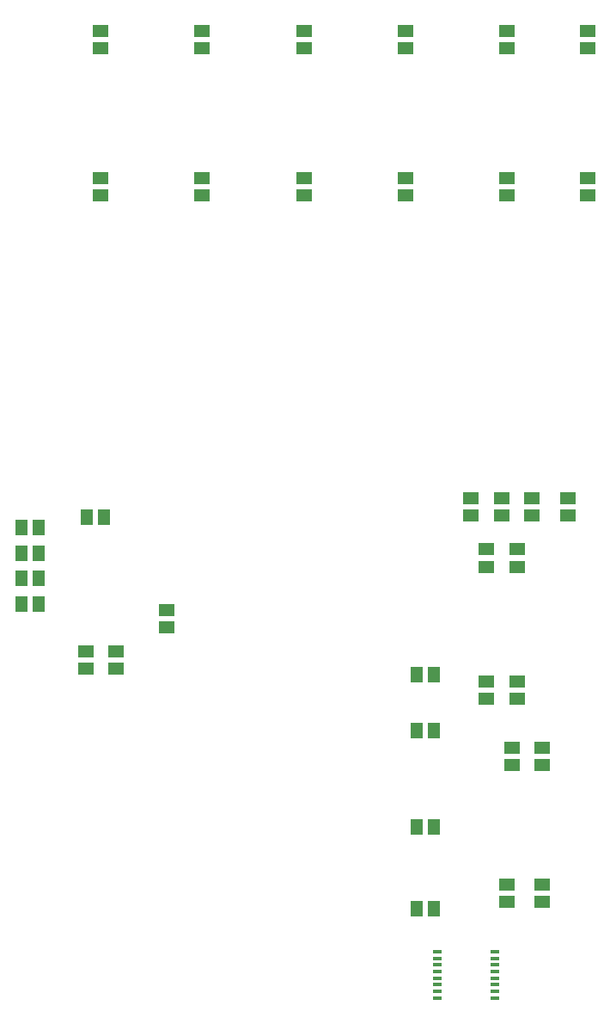
<source format=gbr>
G04 EAGLE Gerber RS-274X export*
G75*
%MOMM*%
%FSLAX34Y34*%
%LPD*%
%INSolderpaste Bottom*%
%IPPOS*%
%AMOC8*
5,1,8,0,0,1.08239X$1,22.5*%
G01*
%ADD10R,0.900000X0.350000*%
%ADD11R,1.500000X1.300000*%
%ADD12R,1.300000X1.500000*%


D10*
X431250Y97250D03*
X431250Y103750D03*
X431250Y110250D03*
X431250Y116750D03*
X431250Y123250D03*
X431250Y129750D03*
X431250Y136250D03*
X431250Y142750D03*
X488750Y142750D03*
X488750Y136250D03*
X488750Y129750D03*
X488750Y123250D03*
X488750Y116750D03*
X488750Y110250D03*
X488750Y103750D03*
X488750Y97250D03*
D11*
X100000Y1031500D03*
X100000Y1048500D03*
X200000Y1048500D03*
X200000Y1031500D03*
X100000Y903500D03*
X100000Y886500D03*
X200000Y886500D03*
X200000Y903500D03*
X300000Y1031500D03*
X300000Y1048500D03*
X400000Y1031500D03*
X400000Y1048500D03*
X580000Y1031500D03*
X580000Y1048500D03*
X500000Y1031500D03*
X500000Y1048500D03*
X300000Y886500D03*
X300000Y903500D03*
X400000Y886500D03*
X400000Y903500D03*
X500000Y886500D03*
X500000Y903500D03*
X580000Y886500D03*
X580000Y903500D03*
X480000Y521500D03*
X480000Y538500D03*
X465000Y588500D03*
X465000Y571500D03*
X495000Y588500D03*
X495000Y571500D03*
X480000Y408500D03*
X480000Y391500D03*
X510000Y391500D03*
X510000Y408500D03*
X560000Y571500D03*
X560000Y588500D03*
D12*
X103500Y570000D03*
X86500Y570000D03*
D11*
X85000Y438500D03*
X85000Y421500D03*
X165000Y461500D03*
X165000Y478500D03*
X115000Y438500D03*
X115000Y421500D03*
D12*
X38500Y560000D03*
X21500Y560000D03*
X21500Y535000D03*
X38500Y535000D03*
X21500Y510000D03*
X38500Y510000D03*
X38500Y485000D03*
X21500Y485000D03*
X411500Y185000D03*
X428500Y185000D03*
X411500Y265000D03*
X428500Y265000D03*
X428500Y360000D03*
X411500Y360000D03*
X428500Y415000D03*
X411500Y415000D03*
D11*
X505000Y326500D03*
X505000Y343500D03*
X500000Y208500D03*
X500000Y191500D03*
X535000Y191500D03*
X535000Y208500D03*
X535000Y343500D03*
X535000Y326500D03*
X525000Y571500D03*
X525000Y588500D03*
X510000Y538500D03*
X510000Y521500D03*
M02*

</source>
